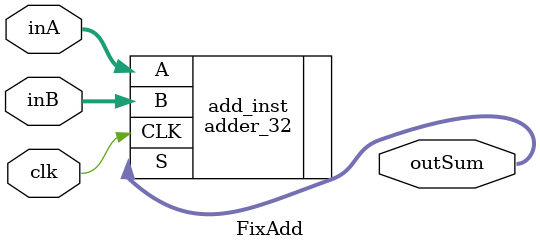
<source format=v>
module FixAdd(
    clk,
	inA,
	inB,
	outSum
);
    parameter WIDTH = 16;      //total width for fixpoint
	
    input clk;	
	input  [WIDTH-1:0] inA;
	input  [WIDTH-1:0] inB;
	output [WIDTH-1:0] outSum;
	 
	adder_32 add_inst (
		.A(inA),      // input wire [31 : 0] A
		.B(inB),      // input wire [31 : 0] B
		.CLK(clk),  // input wire CLK
		.S(outSum)      // output wire [31 : 0] S
	);
endmodule





</source>
